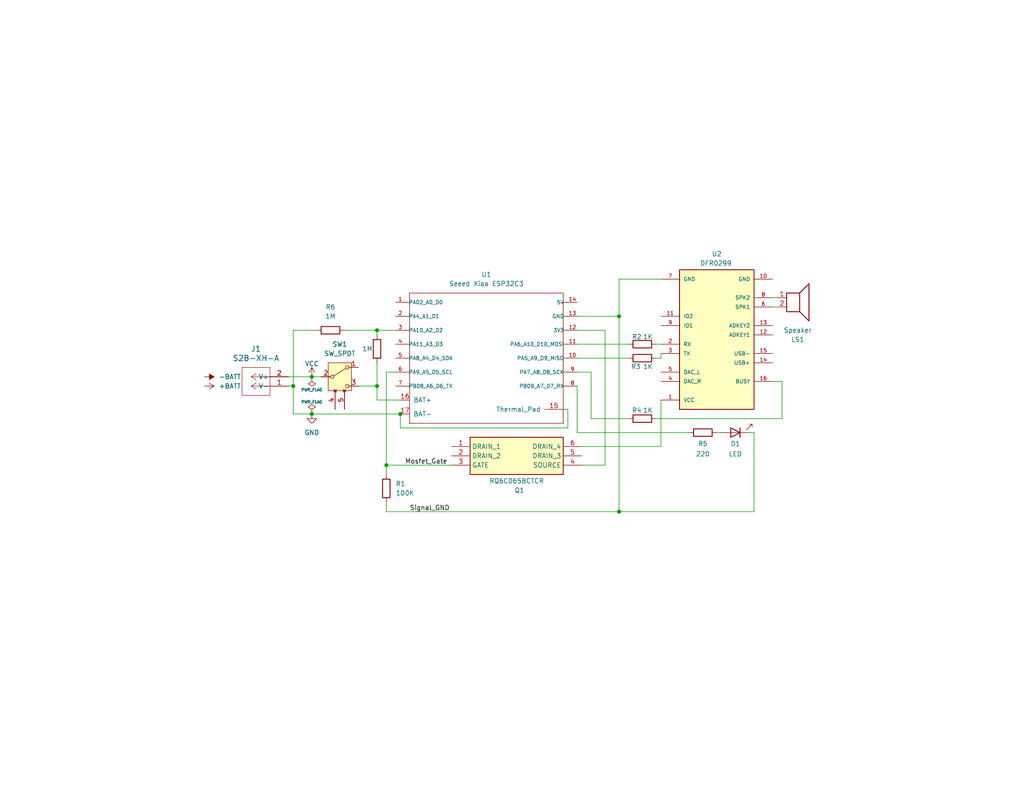
<source format=kicad_sch>
(kicad_sch (version 20231120) (generator "eeschema") (generator_version "8.0")
  (paper "USLetter")
  (title_block (title "Fire Cricket") (rev "1") (company "Blake Jones"))
  (lib_symbols
    (symbol "Cricket_parts:+BATT" (power) (pin_numbers hide) (pin_names (offset 0) hide)
      (property "Value" "+BATT" (at 0 3.556 0))
      (symbol "+BATT_0_1"
        (polyline (pts (xy -0.762 1.27) (xy 0 2.54)))
        (polyline (pts (xy 0 0) (xy 0 2.54)))
        (polyline (pts (xy 0 2.54) (xy 0.762 1.27)))
      )
      (symbol "+BATT_1_1"
        (pin power_in line (at 0 0 90) (length 0) (name "~") (number "1"))
      )
    )
    (symbol "Cricket_parts:-BATT" (power) (pin_numbers hide) (pin_names (offset 0) hide)
      (property "Value" "-BATT" (at 0 3.556 0))
      (symbol "-BATT_0_1"
        (polyline (pts (xy 0 0) (xy 0 2.54)))
        (polyline (pts (xy 0.762 1.27) (xy -0.762 1.27) (xy 0 2.54) (xy 0.762 1.27)) (fill (type outline)))
      )
      (symbol "-BATT_1_1"
        (pin power_in line (at 0 0 90) (length 0) (name "~") (number "1"))
      )
    )
    (symbol "Cricket_parts:DFR0299" (pin_names (offset 1.016))
      (property "Reference" "U2" (at 0 -24.638 0))
      (property "Value" "DFR0299" (at 0.254 -22.098 0))
      (symbol "DFR0299_0_0"
        (rectangle (start -10.16 17.78) (end 10.16 -20.32) (stroke (width 0.254)) (fill (type background)))
        (pin power_in line (at 15.24 15.24 180) (length 5.08) (name "VCC") (number "1"))
        (pin power_in line (at -15.24 -17.78 0) (length 5.08) (name "GND") (number "10"))
        (pin bidirectional line (at 15.24 -7.62 180) (length 5.08) (name "IO2") (number "11"))
        (pin input line (at -15.24 -2.54 0) (length 5.08) (name "ADKEY1") (number "12"))
        (pin input line (at -15.24 -5.08 0) (length 5.08) (name "ADKEY2") (number "13"))
        (pin input line (at -15.24 5.08 0) (length 5.08) (name "USB+") (number "14"))
        (pin input line (at -15.24 2.54 0) (length 5.08) (name "USB-") (number "15"))
        (pin input line (at -15.24 10.16 0) (length 5.08) (name "BUSY") (number "16"))
        (pin input line (at 15.24 0 180) (length 5.08) (name "RX") (number "2"))
        (pin output line (at 15.24 2.54 180) (length 5.08) (name "TX") (number "3"))
        (pin output line (at 15.24 10.16 180) (length 5.08) (name "DAC_R") (number "4"))
        (pin output line (at 15.24 7.62 180) (length 5.08) (name "DAC_L") (number "5"))
        (pin passive line (at -15.24 -10.16 0) (length 5.08) (name "SPK1") (number "6"))
        (pin power_in line (at 15.24 -17.78 180) (length 5.08) (name "GND") (number "7"))
        (pin passive line (at -15.24 -12.7 0) (length 5.08) (name "SPK2") (number "8"))
        (pin bidirectional line (at 15.24 -5.08 180) (length 5.08) (name "IO1") (number "9"))
      )
    )
    (symbol "Cricket_parts:GND" (power) (pin_numbers hide) (pin_names (offset 0) hide)
      (property "Value" "GND" (at 0 -3.81 0))
      (symbol "GND_0_1"
        (polyline (pts (xy 0 0) (xy 0 -1.27) (xy 1.27 -1.27) (xy 0 -2.54) (xy -1.27 -1.27) (xy 0 -1.27)))
      )
      (symbol "GND_1_1"
        (pin power_in line (at 0 0 270) (length 0) (name "~") (number "1"))
      )
    )
    (symbol "Cricket_parts:LED" (pin_numbers hide) (pin_names (offset 1.016) hide)
      (property "Reference" "D1" (at -0.254 -5.334 0))
      (property "Value" "LED" (at -0.254 -3.302 0))
      (symbol "LED_0_1"
        (polyline (pts (xy -1.27 -1.27) (xy -1.27 1.27)) (stroke (width 0.254)))
        (polyline (pts (xy -1.27 0) (xy 1.27 0)))
        (polyline (pts (xy 1.27 -1.27) (xy 1.27 1.27) (xy -1.27 0) (xy 1.27 -1.27)) (stroke (width 0.254)))
        (polyline (pts (xy -3.048 -0.762) (xy -4.572 -2.286) (xy -3.81 -2.286) (xy -4.572 -2.286) (xy -4.572 -1.524)))
      )
      (symbol "LED_1_1"
        (pin passive line (at -3.81 0 0) (length 2.54) (name "K") (number "1"))
        (pin passive line (at 3.81 0 180) (length 2.54) (name "A") (number "2"))
      )
    )
    (symbol "Cricket_parts:PWR_FLAG" (power) (pin_numbers hide) (pin_names (offset 0) hide)
      (property "Value" "PWR_FLAG" (at 0 3.81 0))
      (symbol "PWR_FLAG_0_0"
        (pin power_out line (at 0 0 90) (length 0) (name "~") (number "1"))
      )
      (symbol "PWR_FLAG_0_1"
        (polyline (pts (xy 0 0) (xy 0 1.27) (xy -1.016 1.905) (xy 0 2.54) (xy 1.016 1.905) (xy 0 1.27)))
      )
    )
    (symbol "Cricket_parts:R" (pin_numbers hide) (pin_names (offset 0))
      (property "Reference" "R" (at 2.032 0 90))
      (property "Value" "R" (at 0 0 90))
      (symbol "R_0_1"
        (rectangle (start -1.016 -2.54) (end 1.016 2.54) (stroke (width 0.254)))
      )
      (symbol "R_1_1"
        (pin passive line (at 0 3.81 270) (length 1.27) (name "~") (number "1"))
        (pin passive line (at 0 -3.81 90) (length 1.27) (name "~") (number "2"))
      )
    )
    (symbol "Cricket_parts:RQ6C065BCTCR"
      (property "Reference" "Q" (at 31.75 7.62 0))
      (property "Value" "RQ6C065BCTCR" (at 31.75 5.08 0))
      (symbol "RQ6C065BCTCR_1_1"
        (rectangle (start 5.08 2.54) (end 30.48 -7.62) (stroke (width 0.254)) (fill (type background)))
        (pin passive line (at 0 0 0) (length 5.08) (name "DRAIN_1") (number "1"))
        (pin passive line (at 0 -2.54 0) (length 5.08) (name "DRAIN_2") (number "2"))
        (pin passive line (at 0 -5.08 0) (length 5.08) (name "GATE") (number "3"))
        (pin passive line (at 35.56 -5.08 180) (length 5.08) (name "SOURCE") (number "4"))
        (pin passive line (at 35.56 -2.54 180) (length 5.08) (name "DRAIN_3") (number "5"))
        (pin passive line (at 35.56 0 180) (length 5.08) (name "DRAIN_4") (number "6"))
      )
    )
    (symbol "Cricket_parts:S2B-XH-A" (pin_names (offset 0.254))
      (property "Reference" "J1" (at 8.89 -10.16 0))
      (property "Value" "S2B-XH-A" (at 8.89 -7.62 0))
      (symbol "S2B-XH-A_1_1"
        (polyline (pts (xy 5.08 -5.08) (xy 12.7 -5.08)) (stroke (width 0.127)))
        (polyline (pts (xy 5.08 2.54) (xy 5.08 -5.08)) (stroke (width 0.127)))
        (polyline (pts (xy 10.16 -2.54) (xy 5.08 -2.54)) (stroke (width 0.127)))
        (polyline (pts (xy 10.16 -2.54) (xy 8.89 -3.3867)) (stroke (width 0.127)))
        (polyline (pts (xy 10.16 -2.54) (xy 8.89 -1.6933)) (stroke (width 0.127)))
        (polyline (pts (xy 10.16 0) (xy 5.08 0)) (stroke (width 0.127)))
        (polyline (pts (xy 10.16 0) (xy 8.89 -0.8467)) (stroke (width 0.127)))
        (polyline (pts (xy 10.16 0) (xy 8.89 0.8467)) (stroke (width 0.127)))
        (polyline (pts (xy 12.7 -5.08) (xy 12.7 2.54)) (stroke (width 0.127)))
        (polyline (pts (xy 12.7 2.54) (xy 5.08 2.54)) (stroke (width 0.127)))
        (pin power_out line (at 0 0 0) (length 5.08) (name "V-") (number "1"))
        (pin power_out line (at 0 -2.54 0) (length 5.08) (name "V+") (number "2"))
      )
      (symbol "S2B-XH-A_1_2"
        (polyline (pts (xy 5.08 -5.08) (xy 12.7 -5.08)) (stroke (width 0.127)))
        (polyline (pts (xy 5.08 2.54) (xy 5.08 -5.08)) (stroke (width 0.127)))
        (polyline (pts (xy 7.62 -2.54) (xy 5.08 -2.54)) (stroke (width 0.127)))
        (polyline (pts (xy 7.62 -2.54) (xy 8.89 -3.3867)) (stroke (width 0.127)))
        (polyline (pts (xy 7.62 -2.54) (xy 8.89 -1.6933)) (stroke (width 0.127)))
        (polyline (pts (xy 7.62 0) (xy 5.08 0)) (stroke (width 0.127)))
        (polyline (pts (xy 7.62 0) (xy 8.89 -0.8467)) (stroke (width 0.127)))
        (polyline (pts (xy 7.62 0) (xy 8.89 0.8467)) (stroke (width 0.127)))
        (polyline (pts (xy 12.7 -5.08) (xy 12.7 2.54)) (stroke (width 0.127)))
        (polyline (pts (xy 12.7 2.54) (xy 5.08 2.54)) (stroke (width 0.127)))
        (pin unspecified line (at 0 0 0) (length 5.08) (name "1") (number "1"))
        (pin unspecified line (at 0 -2.54 0) (length 5.08) (name "2") (number "2"))
      )
    )
    (symbol "Cricket_parts:SW_SPDT" (pin_names (offset 0) hide)
      (property "Reference" "SW1" (at 0 8.89 0))
      (property "Value" "SW_SPDT" (at 0 6.35 0))
      (symbol "SW_SPDT_0_1"
        (circle (center -2.032 0) (radius 0.4572))
        (polyline (pts (xy -1.651 0.254) (xy 1.651 2.286)))
        (circle (center 2.032 -2.54) (radius 0.4572))
        (circle (center 2.032 2.54) (radius 0.4572))
      )
      (symbol "SW_SPDT_1_1"
        (rectangle (start -3.175 3.81) (end 3.175 -3.81) (fill (type background)))
        (pin passive line (at 5.08 2.54 180) (length 2.54) (name "A") (number "1"))
        (pin passive line (at -5.08 0 0) (length 2.54) (name "B") (number "2"))
        (pin passive line (at 5.08 -2.54 180) (length 2.54) (name "C") (number "3"))
        (pin no_connect line (at -1.27 -3.81 270) (length 5.08) (name "") (number "4"))
        (pin no_connect line (at 1.27 -3.81 270) (length 5.08) (name "") (number "5"))
      )
    )
    (symbol "Cricket_parts:Seeed_Xiao_ESP32C3" (pin_names (offset 1.016))
      (property "Reference" "U1" (at -0.635 19.05 0))
      (property "Value" "Seeed Xiao ESP32C3" (at -0.635 16.51 0))
      (symbol "Seeed_Xiao_ESP32C3_0_0"
        (polyline (pts (xy -21.59 -21.59) (xy -21.59 0)) (stroke (width 0.1524)))
        (polyline (pts (xy -21.59 -11.43) (xy -22.86 -11.43)) (stroke (width 0.1524)))
        (polyline (pts (xy -21.59 -7.62) (xy -22.86 -7.62)) (stroke (width 0.1524)))
        (polyline (pts (xy -21.59 -3.81) (xy -22.86 -3.81)) (stroke (width 0.1524)))
        (polyline (pts (xy -21.59 0) (xy -22.86 0)) (stroke (width 0.1524)))
        (polyline (pts (xy -21.59 0) (xy -21.59 3.81)) (stroke (width 0.1524)))
        (polyline (pts (xy -21.59 3.81) (xy -22.86 3.81)) (stroke (width 0.1524)))
        (polyline (pts (xy -21.59 3.81) (xy -21.59 7.62)) (stroke (width 0.1524)))
        (polyline (pts (xy -21.59 7.62) (xy -22.86 7.62)) (stroke (width 0.1524)))
        (polyline (pts (xy -21.59 7.62) (xy -21.59 11.43)) (stroke (width 0.1524)))
        (polyline (pts (xy -21.59 11.43) (xy -22.86 11.43)) (stroke (width 0.1524)))
        (polyline (pts (xy -21.59 11.43) (xy -21.59 13.97)) (stroke (width 0.1524)))
        (polyline (pts (xy -21.59 13.97) (xy 20.32 13.97)) (stroke (width 0.1524)))
        (polyline (pts (xy 20.32 -21.59) (xy -21.59 -21.59)) (stroke (width 0.1524)))
        (polyline (pts (xy 20.32 3.81) (xy 20.32 -21.59)) (stroke (width 0.1524)))
        (polyline (pts (xy 20.32 7.62) (xy 20.32 3.81)) (stroke (width 0.1524)))
        (polyline (pts (xy 20.32 11.43) (xy 20.32 7.62)) (stroke (width 0.1524)))
        (polyline (pts (xy 20.32 13.97) (xy 20.32 11.43)) (stroke (width 0.1524)))
        (polyline (pts (xy 21.59 -11.43) (xy 20.32 -11.43)) (stroke (width 0.1524)))
        (polyline (pts (xy 21.59 -7.62) (xy 20.32 -7.62)) (stroke (width 0.1524)))
        (polyline (pts (xy 21.59 -3.81) (xy 20.32 -3.81)) (stroke (width 0.1524)))
        (polyline (pts (xy 21.59 0) (xy 20.32 0)) (stroke (width 0.1524)))
        (polyline (pts (xy 21.59 3.81) (xy 20.32 3.81)) (stroke (width 0.1524)))
        (polyline (pts (xy 21.59 7.62) (xy 20.32 7.62)) (stroke (width 0.1524)))
        (polyline (pts (xy 21.59 11.43) (xy 20.32 11.43)) (stroke (width 0.1524)))
        (pin bidirectional line (at -25.4 11.43 0) (length 2.54) (name "PA02_A0_D0") (number "1"))
        (pin bidirectional line (at 24.13 -3.81 180) (length 2.54) (name "PA5_A9_D9_MISO") (number "10"))
        (pin bidirectional line (at 24.13 0 180) (length 2.54) (name "PA6_A10_D10_MOSI") (number "11"))
        (pin bidirectional line (at 24.13 3.81 180) (length 2.54) (name "3V3") (number "12"))
        (pin bidirectional line (at 24.13 7.62 180) (length 2.54) (name "GND") (number "13"))
        (pin bidirectional line (at 24.13 11.43 180) (length 2.54) (name "5V") (number "14"))
        (pin bidirectional line (at -25.4 7.62 0) (length 2.54) (name "PA4_A1_D1") (number "2"))
        (pin bidirectional line (at -25.4 3.81 0) (length 2.54) (name "PA10_A2_D2") (number "3"))
        (pin bidirectional line (at -25.4 0 0) (length 2.54) (name "PA11_A3_D3") (number "4"))
        (pin bidirectional line (at -25.4 -3.81 0) (length 2.54) (name "PA8_A4_D4_SDA") (number "5"))
        (pin bidirectional line (at -25.4 -7.62 0) (length 2.54) (name "PA9_A5_D5_SCL") (number "6"))
        (pin bidirectional line (at -25.4 -11.43 0) (length 2.54) (name "PB08_A6_D6_TX") (number "7"))
        (pin bidirectional line (at 24.13 -11.43 180) (length 2.54) (name "PB09_A7_D7_RX") (number "8"))
        (pin bidirectional line (at 24.13 -7.62 180) (length 2.54) (name "PA7_A8_D8_SCK") (number "9"))
      )
      (symbol "Seeed_Xiao_ESP32C3_1_1"
        (pin power_in line (at 20.32 -17.78 180) (length 5.08) (name "Thermal_Pad") (number "15"))
        (pin power_in line (at -24.13 -15.24 0) (length 2.54) (name "BAT+") (number "16"))
        (pin power_in line (at -24.13 -19.05 0) (length 2.54) (name "BAT-") (number "17"))
      )
    )
    (symbol "Cricket_parts:Speaker" (pin_names (offset 0) hide)
      (property "Reference" "LS" (at 1.27 5.715 0))
      (property "Value" "Speaker" (at 1.27 3.81 0))
      (symbol "Speaker_0_0"
        (rectangle (start -2.54 1.27) (end 1.016 -3.81) (stroke (width 0.254)))
        (polyline (pts (xy 1.016 1.27) (xy 3.556 3.81) (xy 3.556 -6.35) (xy 1.016 -3.81)) (stroke (width 0.254)))
      )
      (symbol "Speaker_1_1"
        (pin input line (at -5.08 0 0) (length 2.54) (name "1") (number "1"))
        (pin input line (at -5.08 -2.54 0) (length 2.54) (name "2") (number "2"))
      )
    )
    (symbol "Cricket_parts:VCC" (power) (pin_numbers hide) (pin_names (offset 0) hide)
      (property "Value" "VCC" (at 0 3.556 0))
      (symbol "VCC_0_1"
        (polyline (pts (xy -0.762 1.27) (xy 0 2.54)))
        (polyline (pts (xy 0 0) (xy 0 2.54)))
        (polyline (pts (xy 0 2.54) (xy 0.762 1.27)))
      )
      (symbol "VCC_1_1"
        (pin power_in line (at 0 0 90) (length 0) (name "~") (number "1"))
      )
    )
  )
  (junction (at 109.22 113.03))
  (junction (at 85.09 113.03))
  (junction (at 102.87 90.17))
  (junction (at 85.09 102.87))
  (junction (at 168.91 139.7))
  (junction (at 105.41 127))
  (junction (at 80.01 105.41))
  (junction (at 102.87 105.41))
  (junction (at 168.91 86.36))
  (wire (pts (xy 80.01 90.17) (xy 80.01 105.41)))
  (wire (pts (xy 158.75 127) (xy 165.1 127)))
  (wire (pts (xy 105.41 137.16) (xy 105.41 139.7)))
  (wire (pts (xy 179.07 93.98) (xy 180.34 93.98)))
  (wire (pts (xy 78.74 105.41) (xy 80.01 105.41)))
  (wire (pts (xy 168.91 139.7) (xy 205.74 139.7)))
  (wire (pts (xy 212.09 81.28) (xy 210.82 81.28)))
  (wire (pts (xy 161.29 114.3) (xy 171.45 114.3)))
  (wire (pts (xy 80.01 105.41) (xy 80.01 113.03)))
  (wire (pts (xy 180.34 76.2) (xy 168.91 76.2)))
  (wire (pts (xy 85.09 113.03) (xy 109.22 113.03)))
  (wire (pts (xy 179.07 97.79) (xy 180.34 97.79)))
  (wire (pts (xy 80.01 90.17) (xy 86.36 90.17)))
  (wire (pts (xy 157.48 90.17) (xy 165.1 90.17)))
  (wire (pts (xy 157.48 118.11) (xy 157.48 105.41)))
  (wire (pts (xy 212.09 83.82) (xy 210.82 83.82)))
  (wire (pts (xy 153.67 111.76) (xy 154.94 111.76)))
  (wire (pts (xy 171.45 93.98) (xy 157.48 93.98)))
  (wire (pts (xy 168.91 86.36) (xy 168.91 139.7)))
  (wire (pts (xy 78.74 102.87) (xy 85.09 102.87)))
  (wire (pts (xy 157.48 86.36) (xy 168.91 86.36)))
  (wire (pts (xy 85.09 102.87) (xy 87.63 102.87)))
  (wire (pts (xy 210.82 104.14) (xy 213.36 104.14)))
  (wire (pts (xy 105.41 127) (xy 105.41 129.54)))
  (wire (pts (xy 205.74 139.7) (xy 205.74 118.11)))
  (wire (pts (xy 204.47 118.11) (xy 205.74 118.11)))
  (wire (pts (xy 105.41 139.7) (xy 168.91 139.7)))
  (wire (pts (xy 105.41 127) (xy 123.19 127)))
  (wire (pts (xy 157.48 118.11) (xy 187.96 118.11)))
  (wire (pts (xy 154.94 111.76) (xy 154.94 116.84)))
  (wire (pts (xy 102.87 109.22) (xy 109.22 109.22)))
  (wire (pts (xy 195.58 118.11) (xy 196.85 118.11)))
  (wire (pts (xy 97.79 105.41) (xy 102.87 105.41)))
  (wire (pts (xy 157.48 101.6) (xy 161.29 101.6)))
  (wire (pts (xy 165.1 90.17) (xy 165.1 127)))
  (wire (pts (xy 168.91 76.2) (xy 168.91 86.36)))
  (wire (pts (xy 213.36 104.14) (xy 213.36 114.3)))
  (wire (pts (xy 157.48 97.79) (xy 171.45 97.79)))
  (wire (pts (xy 102.87 90.17) (xy 107.95 90.17)))
  (wire (pts (xy 180.34 109.22) (xy 180.34 121.92)))
  (wire (pts (xy 161.29 101.6) (xy 161.29 114.3)))
  (wire (pts (xy 179.07 114.3) (xy 213.36 114.3)))
  (wire (pts (xy 109.22 116.84) (xy 154.94 116.84)))
  (wire (pts (xy 158.75 121.92) (xy 180.34 121.92)))
  (wire (pts (xy 109.22 116.84) (xy 109.22 113.03)))
  (wire (pts (xy 80.01 113.03) (xy 85.09 113.03)))
  (wire (pts (xy 93.98 90.17) (xy 102.87 90.17)))
  (wire (pts (xy 102.87 99.06) (xy 102.87 105.41)))
  (wire (pts (xy 105.41 101.6) (xy 107.95 101.6)))
  (wire (pts (xy 105.41 101.6) (xy 105.41 127)))
  (wire (pts (xy 102.87 90.17) (xy 102.87 91.44)))
  (wire (pts (xy 102.87 105.41) (xy 102.87 109.22)))
  (wire (pts (xy 180.34 97.79) (xy 180.34 96.52)))
  (label "Mosfet_Gate" (at 110.49 127 0))
  (label "Signal_GND" (at 111.76 139.7 0))
  (symbol (lib_id "Cricket_parts:R") (at 175.26 93.98 270) (unit 1)
    (property "Reference" "R2" (at 173.736 91.948 90))
    (property "Value" "1K" (at 176.784 91.948 90))
    (property "Footprint" "Resistor_SMD:R_1206_3216Metric_Pad1.30x1.75mm_HandSolder" (effects (hide yes)))
    (property "Datasheet" "https://www.vishay.com/doc?20035" (effects (hide yes)))
    (property "Description" "Vishay CRCW12061K00FKEA" (effects (hide yes)))
  )
  (symbol (lib_id "Cricket_parts:RQ6C065BCTCR") (at 123.19 121.92 0) (unit 1)
    (property "Reference" "Q1" (at 141.732 133.858 0))
    (property "Value" "RQ6C065BCTCR" (at 140.97 131.318 0))
    (property "Footprint" "Cricket_footprints:SOT95P280X100-6N" (effects (hide yes)))
    (property "Datasheet" "https://fscdn.rohm.com/en/products/databook/datasheet/discrete/transistor/mosfet/rq6c065bctcr-e.pdf" (effects (hide yes)))
    (property "Description" "Pch -20V -6.5A Middle Power MOSFET" (effects (hide yes)))
    (property "Height" "1" (effects (hide yes)))
    (property "Mouser Part Number" "755-RQ6C065BCTCR" (effects (hide yes)))
    (property "Mouser Price/Stock" "https://www.mouser.co.uk/ProductDetail/ROHM-Semiconductor/RQ6C065BCTCR?qs=4v%252BiZTmLVHH8eoaf2TWT7w%3D%3D" (effects (hide yes)))
    (property "Manufacturer_Name" "ROHM Semiconductor" (effects (hide yes)))
    (property "Manufacturer_Part_Number" "RQ6C065BCTCR" (effects (hide yes)))
  )
  (symbol (lib_id "Cricket_parts:R") (at 175.26 114.3 90) (unit 1)
    (property "Reference" "R4" (at 173.736 112.014 90))
    (property "Value" "1K" (at 176.784 112.014 90))
    (property "Footprint" "Resistor_SMD:R_1206_3216Metric_Pad1.30x1.75mm_HandSolder" (effects (hide yes)))
    (property "Datasheet" "https://www.vishay.com/doc?20035" (effects (hide yes)))
    (property "Description" "Vishay CRCW12061K00FKEA" (effects (hide yes)))
  )
  (symbol (lib_id "Cricket_parts:R") (at 191.77 118.11 90) (unit 1)
    (property "Reference" "R5" (at 191.77 121.158 90))
    (property "Value" "220" (at 191.77 123.952 90))
    (property "Footprint" "Resistor_SMD:R_1206_3216Metric_Pad1.30x1.75mm_HandSolder" (effects (hide yes)))
    (property "Datasheet" "https://www.vishay.com/doc?20035" (effects (hide yes)))
    (property "Description" "Vishay CRCW1206220RFKEA" (effects (hide yes)))
  )
  (symbol (lib_id "Cricket_parts:Seeed_Xiao_ESP32C3") (at 133.35 93.98 0) (unit 1)
    (property "Reference" "U1" (at 132.715 74.93 0))
    (property "Value" "Seeed Xiao ESP32C3" (at 132.715 77.47 0))
    (property "Footprint" "RF_Module:MCU_Seeed_ESP32C3" (effects (hide yes)))
    (property "Description" "Seeed Studio XIAO ESP32C3" (effects (hide yes)))
  )
  (symbol (lib_id "Cricket_parts:DFR0299") (at 195.58 93.98 180) (unit 1)
    (property "Reference" "U2" (at 195.58 69.342 0))
    (property "Value" "DFR0299" (at 195.326 71.882 0))
    (property "Footprint" "Cricket_footprints:MODULE_DFR0299" (effects (hide yes)))
    (property "MF" "DFRobot" (effects (hide yes)))
    (property "DESCRIPTION" "Dfplayer - a Mini Mp3 Player" (effects (hide yes)))
    (property "PACKAGE" "None" (effects (hide yes)))
    (property "PRICE" "None" (effects (hide yes)))
    (property "Package" "None" (effects (hide yes)))
    (property "Check_prices" "https://www.snapeda.com/parts/DFR0299/DFRobot/view-part/?ref=eda" (effects (hide yes)))
    (property "Price" "None" (effects (hide yes)))
    (property "SnapEDA_Link" "https://www.snapeda.com/parts/DFR0299/DFRobot/view-part/?ref=snap" (effects (hide yes)))
    (property "MP" "DFR0299" (effects (hide yes)))
    (property "Availability" "In Stock" (effects (hide yes)))
    (property "AVAILABILITY" "Unavailable" (effects (hide yes)))
    (property "Description_1" "\n- MP3 Player Audio Arduino Platform Evaluation Expansion Board\n" (effects (hide yes)))
  )
  (symbol (lib_id "Cricket_parts:R") (at 90.17 90.17 90) (unit 1)
    (property "Reference" "R6" (at 90.17 83.82 90))
    (property "Value" "1M" (at 90.17 86.36 90))
    (property "Footprint" "Resistor_SMD:R_1206_3216Metric_Pad1.30x1.75mm_HandSolder" (effects (hide yes)))
    (property "Datasheet" "https://www.vishay.com/doc?20035" (effects (hide yes)))
    (property "Description" "Vishay CRCW12061M00FKEA" (effects (hide yes)))
  )
  (symbol (lib_id "Cricket_parts:R") (at 102.87 95.25 180) (unit 1)
    (property "Reference" "R7" (effects (hide yes)))
    (property "Value" "1M" (at 98.806 95.25 0) (effects (justify right)))
    (property "Footprint" "Resistor_SMD:R_1206_3216Metric_Pad1.30x1.75mm_HandSolder" (effects (hide yes)))
    (property "Datasheet" "https://www.vishay.com/doc?20035" (effects (hide yes)))
    (property "Description" "Vishay CRCW12061M00FKEA" (effects (hide yes)))
  )
  (symbol (lib_id "Cricket_parts:SW_SPDT") (at 92.71 102.87 0) (unit 1)
    (property "Reference" "SW1" (at 92.71 93.98 0))
    (property "Value" "SW_SPDT" (at 92.71 96.52 0))
    (property "Footprint" "Cricket_footprints:SLW-864574-5A-RA-N-D" (effects (hide yes)))
    (property "Description" "Switch, single pole double throw" (effects (hide yes)))
  )
  (symbol (lib_id "Cricket_parts:GND") (at 85.09 113.03 0) (unit 1)
    (property "Reference" "#PWR04" (effects (hide yes)))
    (property "Value" "GND" (at 85.09 118.11 0))
    (property "Description" "Power symbol creates a global label with name \"GND\" , ground" (effects (hide yes)))
  )
  (symbol (lib_id "Cricket_parts:-BATT") (at 55.88 102.87 270) (unit 1)
    (property "Reference" "#PWR02" (effects (hide yes)))
    (property "Value" "-BATT" (at 59.69 102.8699 90) (effects (justify left)))
    (property "Description" "Power symbol creates a global label with name \"-BATT\"" (effects (hide yes)))
  )
  (symbol (lib_id "Cricket_parts:LED") (at 200.66 118.11 180) (unit 1)
    (property "Reference" "D1" (at 200.66 121.158 0))
    (property "Value" "LED" (at 200.66 123.952 0))
    (property "Footprint" "LED_SMD:LED_PLCC_2835_Handsoldering" (effects (hide yes)))
    (property "Datasheet" "https://lumileds.com/wp-content/uploads/files/DS216-luxeon-2835-architectural-datasheet.pdf" (effects (hide yes)))
    (property "Description" "Lumileds L128-3090HA35000K1 LED" (effects (hide yes)))
  )
  (symbol (lib_id "Cricket_parts:Speaker") (at 217.17 81.28 0) (unit 1)
    (property "Reference" "LS1" (at 217.678 92.71 0))
    (property "Value" "Speaker" (at 217.678 90.17 0))
    (property "Footprint" "Cricket_footprints:Speaker pads" (effects (hide yes)))
    (property "Datasheet" "https://www.mouser.com/datasheet/2/398/SPKM_23_8_A-3400368.pdf" (effects (hide yes)))
    (property "Description" "Taoglas SPKM.23.8.A speaker" (effects (hide yes)))
  )
  (symbol (lib_id "Cricket_parts:PWR_FLAG") (at 85.09 113.03 0) (unit 1)
    (property "Reference" "#FLG02" (effects (hide yes)))
    (property "Value" "PWR_FLAG" (at 85.09 109.728 0) (effects (font (size 0.762 0.762))))
    (property "Description" "Special symbol for telling ERC where power comes from" (effects (hide yes)))
  )
  (symbol (lib_id "Cricket_parts:PWR_FLAG") (at 85.09 102.87 180) (unit 1)
    (property "Reference" "#FLG01" (effects (hide yes)))
    (property "Value" "PWR_FLAG" (at 85.09 106.426 0) (effects (font (size 0.762 0.762))))
    (property "Description" "Special symbol for telling ERC where power comes from" (effects (hide yes)))
  )
  (symbol (lib_id "Cricket_parts:R") (at 105.41 133.35 180) (unit 1)
    (property "Reference" "R1" (at 107.95 132.0799 0) (effects (justify right)))
    (property "Value" "100K" (at 107.95 134.6199 0) (effects (justify right)))
    (property "Footprint" "Resistor_SMD:R_1206_3216Metric_Pad1.30x1.75mm_HandSolder" (effects (hide yes)))
    (property "Datasheet" "https://www.vishay.com/docs/20035/dcrcwe3.pdf" (effects (hide yes)))
    (property "Description" "Vishay CRCW1206100KFKEAC" (effects (hide yes)))
  )
  (symbol (lib_id "Cricket_parts:+BATT") (at 55.88 105.41 270) (unit 1)
    (property "Reference" "#PWR01" (effects (hide yes)))
    (property "Value" "+BATT" (at 59.69 105.4099 90) (effects (justify left)))
    (property "Description" "Power symbol creates a global label with name \"+BATT\"" (effects (hide yes)))
  )
  (symbol (lib_id "Cricket_parts:R") (at 175.26 97.79 90) (unit 1)
    (property "Reference" "R3" (at 173.482 100.076 90))
    (property "Value" "1K" (at 176.784 100.076 90))
    (property "Footprint" "Resistor_SMD:R_1206_3216Metric_Pad1.30x1.75mm_HandSolder" (effects (hide yes)))
    (property "Datasheet" "https://www.vishay.com/doc?20035" (effects (hide yes)))
    (property "Description" "Vishay CRCW12061K00FKEA" (effects (hide yes)))
  )
  (symbol (lib_id "Cricket_parts:S2B-XH-A") (at 78.74 105.41 180) (unit 1)
    (property "Reference" "J1" (at 69.85 95.25 0) (effects (font (size 1.524 1.524))))
    (property "Value" "S2B-XH-A" (at 69.85 97.79 0) (effects (font (size 1.524 1.524))))
    (property "Footprint" "Cricket_footprints:CONN_S2B-XH-A_JST" (effects (hide yes)))
    (property "Datasheet" "S2B-XH-A" (effects (hide yes)))
    (property "Description" "JST S2B-XH-A battery jumper" (effects (hide yes)))
  )
  (symbol (lib_id "Cricket_parts:VCC") (at 85.09 102.87 0) (unit 1)
    (property "Reference" "#PWR03" (effects (hide yes)))
    (property "Value" "VCC" (at 85.09 99.314 0))
    (property "Description" "Power symbol creates a global label with name \"VCC\"" (effects (hide yes)))
  )
)
</source>
